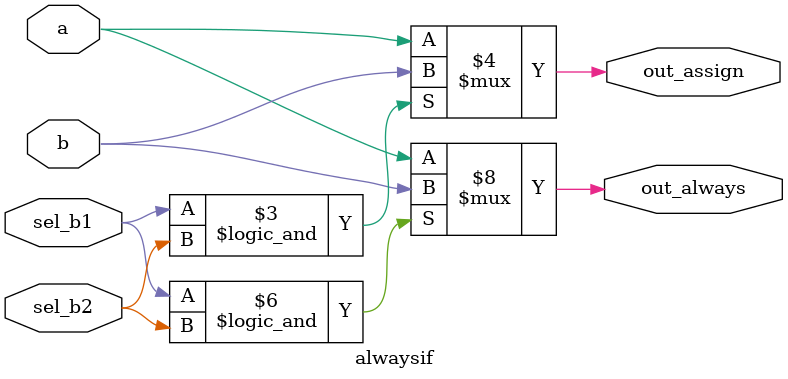
<source format=v>
module alwaysif(
    input a,
    input b,
    input sel_b1,
    input sel_b2,
    output wire out_assign,
    output reg out_always   ); 
    assign out_assign=((sel_b1==1'b1)&&(sel_b2==1'b1)?b:a);
    //assign out_assign= (sel_b1==1'b1 && sel_b2==1'b1)? b:a;
    always@(*)begin
        //if (sel_b1==1'b1 && sel_b2==1'b1) begin
        if((sel_b1)&&(sel_b2))begin
            out_always=b;
        end
        else begin
            out_always=a;
        end
    end
        

endmodule

</source>
